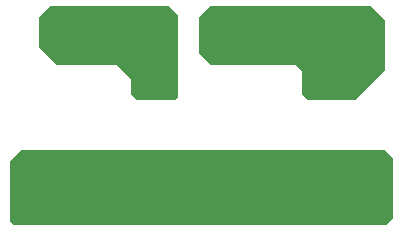
<source format=gbr>
%TF.GenerationSoftware,Altium Limited,Altium Designer,24.4.1 (13)*%
G04 Layer_Physical_Order=2*
G04 Layer_Color=16711680*
%FSLAX45Y45*%
%MOMM*%
%TF.SameCoordinates,7B1AB626-E082-4622-BD47-E970353866B2*%
%TF.FilePolarity,Positive*%
%TF.FileFunction,Copper,L2,Bot,Signal*%
%TF.Part,Single*%
G01*
G75*
%TA.AperFunction,ComponentPad*%
%ADD15R,2.00000X2.00000*%
%ADD16R,2.00000X2.00000*%
%TA.AperFunction,ViaPad*%
%ADD17C,0.86360*%
G36*
X9725000Y12125000D02*
Y11700000D01*
X9475000Y11450000D01*
X9075000D01*
X9025000Y11500000D01*
Y11700000D01*
X8975000Y11750000D01*
X8250000D01*
X8150000Y11850000D01*
Y12150000D01*
X8250000Y12250000D01*
X9600000D01*
X9725000Y12125000D01*
D02*
G37*
G36*
X7975000Y12175000D02*
Y11475000D01*
X7950000Y11450000D01*
X7625000D01*
X7575000Y11500000D01*
Y11525000D01*
Y11625000D01*
X7450000Y11750000D01*
X6950000D01*
X6800000Y11900000D01*
Y12150000D01*
X6900000Y12250000D01*
X7900000D01*
X7975000Y12175000D01*
D02*
G37*
G36*
X9800000Y10950000D02*
Y10450000D01*
X9738600Y10388600D01*
X6586400D01*
X6550000Y10425000D01*
Y10925000D01*
X6650000Y11025000D01*
X9725000D01*
X9800000Y10950000D01*
D02*
G37*
D15*
X6705191Y10741789D02*
D03*
Y10513189D02*
D03*
X9548412Y10741789D02*
D03*
Y10513189D02*
D03*
X8325374D02*
D03*
Y10741789D02*
D03*
D16*
X8708623Y12000315D02*
D03*
X8480023D02*
D03*
X7339500D02*
D03*
X7110900D02*
D03*
D17*
X9225000Y11800000D02*
D03*
X7772400Y11785600D02*
D03*
X9100000Y11675000D02*
D03*
X9225000Y11675000D02*
D03*
X9350000D02*
D03*
X7645400Y11658600D02*
D03*
X7772400D02*
D03*
X7899400D02*
D03*
X7620000Y10718800D02*
D03*
X7550000Y10825000D02*
D03*
X7675000D02*
D03*
X7800000D02*
D03*
X7747000Y10718800D02*
D03*
X9225000Y10750000D02*
D03*
X9093200Y10744200D02*
D03*
X9025000Y10850000D02*
D03*
X9150000D02*
D03*
X9275000D02*
D03*
%TF.MD5,d47f2d9647f0fb87ada3af6a011f60f0*%
M02*

</source>
